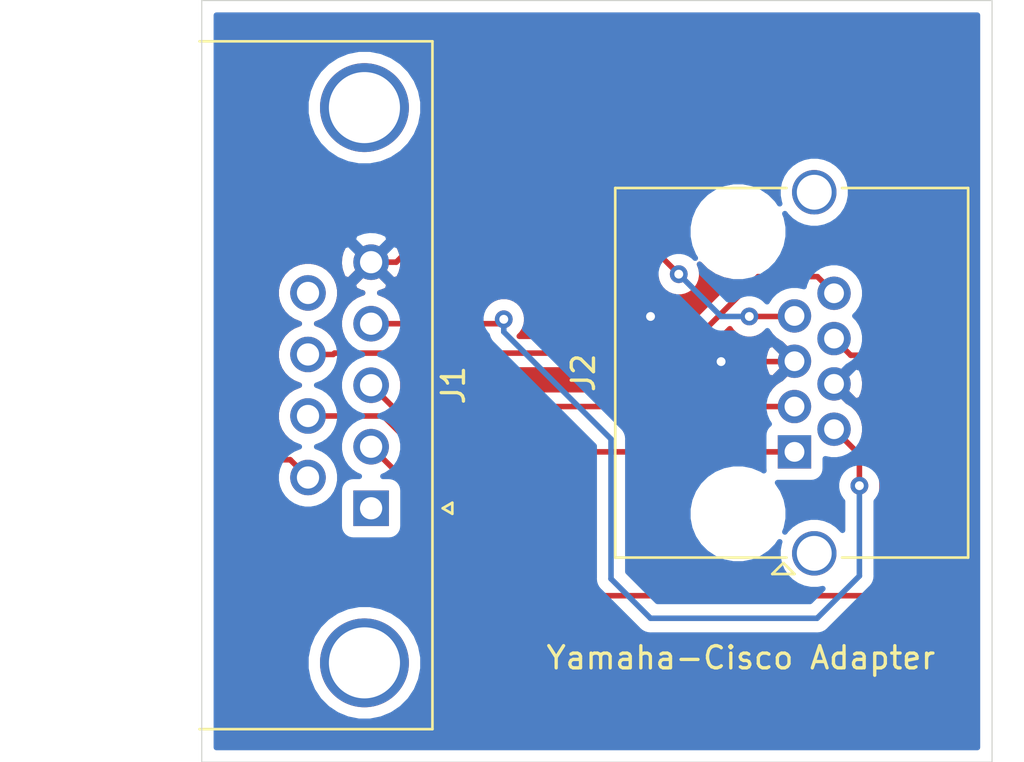
<source format=kicad_pcb>
(kicad_pcb (version 20171130) (host pcbnew "(5.1.4)-1")

  (general
    (thickness 1.6)
    (drawings 5)
    (tracks 55)
    (zones 0)
    (modules 2)
    (nets 10)
  )

  (page A4)
  (layers
    (0 F.Cu signal)
    (31 B.Cu signal)
    (32 B.Adhes user)
    (33 F.Adhes user)
    (34 B.Paste user)
    (35 F.Paste user)
    (36 B.SilkS user)
    (37 F.SilkS user)
    (38 B.Mask user)
    (39 F.Mask user)
    (40 Dwgs.User user)
    (41 Cmts.User user)
    (42 Eco1.User user)
    (43 Eco2.User user)
    (44 Edge.Cuts user)
    (45 Margin user)
    (46 B.CrtYd user)
    (47 F.CrtYd user)
    (48 B.Fab user)
    (49 F.Fab user)
  )

  (setup
    (last_trace_width 0.25)
    (trace_clearance 0.2)
    (zone_clearance 0.508)
    (zone_45_only no)
    (trace_min 0.16)
    (via_size 0.8)
    (via_drill 0.4)
    (via_min_size 0.4)
    (via_min_drill 0.3)
    (uvia_size 0.3)
    (uvia_drill 0.1)
    (uvias_allowed no)
    (uvia_min_size 0.2)
    (uvia_min_drill 0.1)
    (edge_width 0.05)
    (segment_width 0.2)
    (pcb_text_width 0.3)
    (pcb_text_size 1.5 1.5)
    (mod_edge_width 0.12)
    (mod_text_size 1 1)
    (mod_text_width 0.15)
    (pad_size 1.524 1.524)
    (pad_drill 0.762)
    (pad_to_mask_clearance 0.051)
    (solder_mask_min_width 0.25)
    (aux_axis_origin 138.43 109.22)
    (grid_origin 138.43 109.22)
    (visible_elements 7FFFFFFF)
    (pcbplotparams
      (layerselection 0x010fc_ffffffff)
      (usegerberextensions false)
      (usegerberattributes false)
      (usegerberadvancedattributes false)
      (creategerberjobfile false)
      (excludeedgelayer true)
      (linewidth 0.100000)
      (plotframeref false)
      (viasonmask false)
      (mode 1)
      (useauxorigin false)
      (hpglpennumber 1)
      (hpglpenspeed 20)
      (hpglpendiameter 15.000000)
      (psnegative false)
      (psa4output false)
      (plotreference true)
      (plotvalue true)
      (plotinvisibletext false)
      (padsonsilk false)
      (subtractmaskfromsilk false)
      (outputformat 1)
      (mirror false)
      (drillshape 1)
      (scaleselection 1)
      (outputdirectory ""))
  )

  (net 0 "")
  (net 1 "Net-(J1-Pad9)")
  (net 2 "Net-(J1-Pad8)")
  (net 3 "Net-(J1-Pad7)")
  (net 4 "Net-(J1-Pad6)")
  (net 5 "Net-(J1-Pad4)")
  (net 6 "Net-(J1-Pad3)")
  (net 7 "Net-(J1-Pad2)")
  (net 8 "Net-(J1-Pad1)")
  (net 9 /GND)

  (net_class Default "これはデフォルトのネット クラスです。"
    (clearance 0.2)
    (trace_width 0.25)
    (via_dia 0.8)
    (via_drill 0.4)
    (uvia_dia 0.3)
    (uvia_drill 0.1)
    (add_net /GND)
    (add_net "Net-(J1-Pad1)")
    (add_net "Net-(J1-Pad2)")
    (add_net "Net-(J1-Pad3)")
    (add_net "Net-(J1-Pad4)")
    (add_net "Net-(J1-Pad6)")
    (add_net "Net-(J1-Pad7)")
    (add_net "Net-(J1-Pad8)")
    (add_net "Net-(J1-Pad9)")
  )

  (net_class hosoi ""
    (clearance 0.16)
    (trace_width 0.16)
    (via_dia 0.8)
    (via_drill 0.4)
    (uvia_dia 0.3)
    (uvia_drill 0.1)
  )

  (module Connector_RJ:RJ45_Amphenol_RJHSE5380 (layer F.Cu) (tedit 5AD365F7) (tstamp 5E5AE48D)
    (at 165.1 95.25 90)
    (descr "Shielded, https://www.amphenolcanada.com/ProductSearch/drawings/AC/RJHSE538X.pdf")
    (tags "RJ45 8p8c ethernet cat5")
    (path /5E5A8463)
    (fp_text reference J2 (at 3.56 -9.5 90) (layer F.SilkS)
      (effects (font (size 1 1) (thickness 0.15)))
    )
    (fp_text value RJ45 (at 3.56 9.5 90) (layer F.Fab)
      (effects (font (size 1 1) (thickness 0.15)))
    )
    (fp_line (start -5.5 -1) (end -5 -0.5) (layer F.SilkS) (width 0.12))
    (fp_line (start -5.5 0) (end -5.5 -1) (layer F.SilkS) (width 0.12))
    (fp_line (start -5 -0.5) (end -5.5 0) (layer F.SilkS) (width 0.12))
    (fp_text user %R (at 3.56 -6 90) (layer F.Fab)
      (effects (font (size 1 1) (thickness 0.15)))
    )
    (fp_line (start 13.19 -8.5) (end 13.19 8.25) (layer F.CrtYd) (width 0.05))
    (fp_line (start -6.07 8.25) (end 13.19 8.25) (layer F.CrtYd) (width 0.05))
    (fp_line (start -6.07 -8.5) (end -6.07 8.25) (layer F.CrtYd) (width 0.05))
    (fp_line (start -6.07 -8.5) (end 13.19 -8.5) (layer F.CrtYd) (width 0.05))
    (fp_line (start -4.695 -7) (end -3.695 -8) (layer F.Fab) (width 0.1))
    (fp_line (start 11.88 7.815) (end 11.88 2.14) (layer F.SilkS) (width 0.12))
    (fp_line (start -4.76 7.815) (end -4.76 2.14) (layer F.SilkS) (width 0.12))
    (fp_line (start -4.76 7.815) (end 11.88 7.815) (layer F.SilkS) (width 0.12))
    (fp_line (start 11.88 -8.065) (end 11.88 -0.36) (layer F.SilkS) (width 0.12))
    (fp_line (start -4.76 -8.065) (end -4.76 -0.36) (layer F.SilkS) (width 0.12))
    (fp_line (start -4.76 -8.065) (end 11.88 -8.065) (layer F.SilkS) (width 0.12))
    (fp_line (start 11.815 -8) (end 11.815 7.75) (layer F.Fab) (width 0.1))
    (fp_line (start -3.695 -8) (end 11.815 -8) (layer F.Fab) (width 0.1))
    (fp_line (start -4.695 7.75) (end 11.815 7.75) (layer F.Fab) (width 0.1))
    (fp_line (start -4.695 -7) (end -4.695 7.75) (layer F.Fab) (width 0.1))
    (pad SH thru_hole circle (at -4.57 0.89 90) (size 2 2) (drill 1.57) (layers *.Cu *.Mask))
    (pad SH thru_hole circle (at 11.69 0.89 90) (size 2 2) (drill 1.57) (layers *.Cu *.Mask))
    (pad "" np_thru_hole circle (at 9.91 -2.54 90) (size 3.25 3.25) (drill 3.25) (layers *.Cu *.Mask))
    (pad "" np_thru_hole circle (at -2.79 -2.54 90) (size 3.25 3.25) (drill 3.25) (layers *.Cu *.Mask))
    (pad 8 thru_hole circle (at 7.14 1.78 90) (size 1.5 1.5) (drill 0.89) (layers *.Cu *.Mask)
      (net 2 "Net-(J1-Pad8)"))
    (pad 6 thru_hole circle (at 5.1 1.78 90) (size 1.5 1.5) (drill 0.89) (layers *.Cu *.Mask)
      (net 7 "Net-(J1-Pad2)"))
    (pad 4 thru_hole circle (at 3.06 1.78 90) (size 1.5 1.5) (drill 0.89) (layers *.Cu *.Mask)
      (net 9 /GND))
    (pad 2 thru_hole circle (at 1.02 1.78 90) (size 1.5 1.5) (drill 0.89) (layers *.Cu *.Mask)
      (net 5 "Net-(J1-Pad4)"))
    (pad 7 thru_hole circle (at 6.12 0 90) (size 1.5 1.5) (drill 0.89) (layers *.Cu *.Mask)
      (net 4 "Net-(J1-Pad6)"))
    (pad 5 thru_hole circle (at 4.08 0 90) (size 1.5 1.5) (drill 0.89) (layers *.Cu *.Mask)
      (net 9 /GND))
    (pad 3 thru_hole circle (at 2.04 0 90) (size 1.5 1.5) (drill 0.89) (layers *.Cu *.Mask)
      (net 6 "Net-(J1-Pad3)"))
    (pad 1 thru_hole rect (at 0 0 90) (size 1.5 1.5) (drill 0.89) (layers *.Cu *.Mask)
      (net 3 "Net-(J1-Pad7)"))
    (model ${KISYS3DMOD}/Connector_RJ.3dshapes/RJ45_Amphenol_RJHSE5380.wrl
      (at (xyz 0 0 0))
      (scale (xyz 1 1 1))
      (rotate (xyz 0 0 0))
    )
  )

  (module Connector_Dsub:DSUB-9_Female_Horizontal_P2.77x2.84mm_EdgePinOffset4.94mm_Housed_MountingHolesOffset7.48mm (layer F.Cu) (tedit 59FEDEE2) (tstamp 5E5AE46A)
    (at 146.05 97.79 270)
    (descr "9-pin D-Sub connector, horizontal/angled (90 deg), THT-mount, female, pitch 2.77x2.84mm, pin-PCB-offset 4.9399999999999995mm, distance of mounting holes 25mm, distance of mounting holes to PCB edge 7.4799999999999995mm, see https://disti-assets.s3.amazonaws.com/tonar/files/datasheets/16730.pdf")
    (tags "9-pin D-Sub connector horizontal angled 90deg THT female pitch 2.77x2.84mm pin-PCB-offset 4.9399999999999995mm mounting-holes-distance 25mm mounting-hole-offset 25mm")
    (path /5E5AA3B4)
    (fp_text reference J1 (at -5.54 -3.7 90) (layer F.SilkS)
      (effects (font (size 1 1) (thickness 0.15)))
    )
    (fp_text value DB9_Female (at -5.54 15.85 90) (layer F.Fab)
      (effects (font (size 1 1) (thickness 0.15)))
    )
    (fp_text user %R (at -5.54 11.265 90) (layer F.Fab)
      (effects (font (size 1 1) (thickness 0.15)))
    )
    (fp_line (start 10.4 -3.25) (end -21.5 -3.25) (layer F.CrtYd) (width 0.05))
    (fp_line (start 10.4 14.85) (end 10.4 -3.25) (layer F.CrtYd) (width 0.05))
    (fp_line (start -21.5 14.85) (end 10.4 14.85) (layer F.CrtYd) (width 0.05))
    (fp_line (start -21.5 -3.25) (end -21.5 14.85) (layer F.CrtYd) (width 0.05))
    (fp_line (start 0 -3.221325) (end -0.25 -3.654338) (layer F.SilkS) (width 0.12))
    (fp_line (start 0.25 -3.654338) (end 0 -3.221325) (layer F.SilkS) (width 0.12))
    (fp_line (start -0.25 -3.654338) (end 0.25 -3.654338) (layer F.SilkS) (width 0.12))
    (fp_line (start 9.945 -2.76) (end 9.945 7.72) (layer F.SilkS) (width 0.12))
    (fp_line (start -21.025 -2.76) (end 9.945 -2.76) (layer F.SilkS) (width 0.12))
    (fp_line (start -21.025 7.72) (end -21.025 -2.76) (layer F.SilkS) (width 0.12))
    (fp_line (start 8.56 7.78) (end 8.56 0.3) (layer F.Fab) (width 0.1))
    (fp_line (start 5.36 7.78) (end 5.36 0.3) (layer F.Fab) (width 0.1))
    (fp_line (start -16.44 7.78) (end -16.44 0.3) (layer F.Fab) (width 0.1))
    (fp_line (start -19.64 7.78) (end -19.64 0.3) (layer F.Fab) (width 0.1))
    (fp_line (start 9.46 8.18) (end 4.46 8.18) (layer F.Fab) (width 0.1))
    (fp_line (start 9.46 13.18) (end 9.46 8.18) (layer F.Fab) (width 0.1))
    (fp_line (start 4.46 13.18) (end 9.46 13.18) (layer F.Fab) (width 0.1))
    (fp_line (start 4.46 8.18) (end 4.46 13.18) (layer F.Fab) (width 0.1))
    (fp_line (start -15.54 8.18) (end -20.54 8.18) (layer F.Fab) (width 0.1))
    (fp_line (start -15.54 13.18) (end -15.54 8.18) (layer F.Fab) (width 0.1))
    (fp_line (start -20.54 13.18) (end -15.54 13.18) (layer F.Fab) (width 0.1))
    (fp_line (start -20.54 8.18) (end -20.54 13.18) (layer F.Fab) (width 0.1))
    (fp_line (start 2.61 8.18) (end -13.69 8.18) (layer F.Fab) (width 0.1))
    (fp_line (start 2.61 14.35) (end 2.61 8.18) (layer F.Fab) (width 0.1))
    (fp_line (start -13.69 14.35) (end 2.61 14.35) (layer F.Fab) (width 0.1))
    (fp_line (start -13.69 8.18) (end -13.69 14.35) (layer F.Fab) (width 0.1))
    (fp_line (start 9.885 7.78) (end -20.965 7.78) (layer F.Fab) (width 0.1))
    (fp_line (start 9.885 8.18) (end 9.885 7.78) (layer F.Fab) (width 0.1))
    (fp_line (start -20.965 8.18) (end 9.885 8.18) (layer F.Fab) (width 0.1))
    (fp_line (start -20.965 7.78) (end -20.965 8.18) (layer F.Fab) (width 0.1))
    (fp_line (start 9.885 -2.7) (end -20.965 -2.7) (layer F.Fab) (width 0.1))
    (fp_line (start 9.885 7.78) (end 9.885 -2.7) (layer F.Fab) (width 0.1))
    (fp_line (start -20.965 7.78) (end 9.885 7.78) (layer F.Fab) (width 0.1))
    (fp_line (start -20.965 -2.7) (end -20.965 7.78) (layer F.Fab) (width 0.1))
    (fp_arc (start 6.96 0.3) (end 5.36 0.3) (angle 180) (layer F.Fab) (width 0.1))
    (fp_arc (start -18.04 0.3) (end -19.64 0.3) (angle 180) (layer F.Fab) (width 0.1))
    (pad 0 thru_hole circle (at 6.96 0.3 270) (size 4 4) (drill 3.2) (layers *.Cu *.Mask))
    (pad 0 thru_hole circle (at -18.04 0.3 270) (size 4 4) (drill 3.2) (layers *.Cu *.Mask))
    (pad 9 thru_hole circle (at -9.695 2.84 270) (size 1.6 1.6) (drill 1) (layers *.Cu *.Mask)
      (net 1 "Net-(J1-Pad9)"))
    (pad 8 thru_hole circle (at -6.925 2.84 270) (size 1.6 1.6) (drill 1) (layers *.Cu *.Mask)
      (net 2 "Net-(J1-Pad8)"))
    (pad 7 thru_hole circle (at -4.155 2.84 270) (size 1.6 1.6) (drill 1) (layers *.Cu *.Mask)
      (net 3 "Net-(J1-Pad7)"))
    (pad 6 thru_hole circle (at -1.385 2.84 270) (size 1.6 1.6) (drill 1) (layers *.Cu *.Mask)
      (net 4 "Net-(J1-Pad6)"))
    (pad 5 thru_hole circle (at -11.08 0 270) (size 1.6 1.6) (drill 1) (layers *.Cu *.Mask)
      (net 9 /GND))
    (pad 4 thru_hole circle (at -8.31 0 270) (size 1.6 1.6) (drill 1) (layers *.Cu *.Mask)
      (net 5 "Net-(J1-Pad4)"))
    (pad 3 thru_hole circle (at -5.54 0 270) (size 1.6 1.6) (drill 1) (layers *.Cu *.Mask)
      (net 6 "Net-(J1-Pad3)"))
    (pad 2 thru_hole circle (at -2.77 0 270) (size 1.6 1.6) (drill 1) (layers *.Cu *.Mask)
      (net 7 "Net-(J1-Pad2)"))
    (pad 1 thru_hole rect (at 0 0 270) (size 1.6 1.6) (drill 1) (layers *.Cu *.Mask)
      (net 8 "Net-(J1-Pad1)"))
    (model ${KISYS3DMOD}/Connector_Dsub.3dshapes/DSUB-9_Female_Horizontal_P2.77x2.84mm_EdgePinOffset4.94mm_Housed_MountingHolesOffset7.48mm.wrl
      (at (xyz 0 0 0))
      (scale (xyz 1 1 1))
      (rotate (xyz 0 0 0))
    )
  )

  (gr_text "Yamaha-Cisco Adapter" (at 162.687 104.521) (layer F.SilkS)
    (effects (font (size 1 1) (thickness 0.15)))
  )
  (gr_line (start 138.43 74.93) (end 138.43 109.22) (layer Edge.Cuts) (width 0.05) (tstamp 5E5AE857))
  (gr_line (start 173.99 74.93) (end 138.43 74.93) (layer Edge.Cuts) (width 0.05))
  (gr_line (start 173.99 109.22) (end 173.99 74.93) (layer Edge.Cuts) (width 0.05))
  (gr_line (start 138.43 109.22) (end 173.99 109.22) (layer Edge.Cuts) (width 0.05))

  (segment (start 144.34137 90.865) (end 144.40137 90.805) (width 0.25) (layer F.Cu) (net 2))
  (segment (start 143.21 90.865) (end 144.34137 90.865) (width 0.25) (layer F.Cu) (net 2))
  (segment (start 144.40137 90.805) (end 160.02 90.805) (width 0.25) (layer F.Cu) (net 2))
  (segment (start 166.130001 87.360001) (end 166.88 88.11) (width 0.25) (layer F.Cu) (net 2))
  (segment (start 163.464999 87.360001) (end 166.130001 87.360001) (width 0.25) (layer F.Cu) (net 2))
  (segment (start 160.02 90.805) (end 163.464999 87.360001) (width 0.25) (layer F.Cu) (net 2))
  (segment (start 148.209 95.25) (end 165.1 95.25) (width 0.25) (layer F.Cu) (net 3))
  (segment (start 143.21 93.635) (end 146.594 93.635) (width 0.25) (layer F.Cu) (net 3))
  (segment (start 146.594 93.635) (end 148.209 95.25) (width 0.25) (layer F.Cu) (net 3))
  (segment (start 142.410001 95.605001) (end 141.579001 95.605001) (width 0.25) (layer F.Cu) (net 4))
  (segment (start 143.21 96.405) (end 142.410001 95.605001) (width 0.25) (layer F.Cu) (net 4))
  (segment (start 141.579001 95.605001) (end 140.97 94.996) (width 0.25) (layer F.Cu) (net 4))
  (segment (start 140.97 94.996) (end 140.97 88.669998) (width 0.25) (layer F.Cu) (net 4))
  (segment (start 140.97 88.669998) (end 140.97 86.741) (width 0.25) (layer F.Cu) (net 4))
  (segment (start 140.97 86.741) (end 142.494 85.217) (width 0.25) (layer F.Cu) (net 4))
  (via (at 159.893 87.249) (size 0.8) (drill 0.4) (layers F.Cu B.Cu) (net 4))
  (segment (start 142.494 85.217) (end 157.861 85.217) (width 0.25) (layer F.Cu) (net 4))
  (segment (start 157.861 85.217) (end 159.893 87.249) (width 0.25) (layer F.Cu) (net 4))
  (via (at 163.068 89.154) (size 0.8) (drill 0.4) (layers F.Cu B.Cu) (net 4))
  (segment (start 159.893 87.249) (end 161.798 89.154) (width 0.25) (layer B.Cu) (net 4))
  (segment (start 161.798 89.154) (end 163.068 89.154) (width 0.25) (layer B.Cu) (net 4))
  (segment (start 165.076 89.154) (end 165.1 89.13) (width 0.25) (layer F.Cu) (net 4))
  (segment (start 163.068 89.154) (end 165.076 89.154) (width 0.25) (layer F.Cu) (net 4))
  (via (at 152.019 89.281) (size 0.8) (drill 0.4) (layers F.Cu B.Cu) (net 5))
  (segment (start 146.05 89.48) (end 151.82 89.48) (width 0.25) (layer F.Cu) (net 5))
  (segment (start 151.82 89.48) (end 152.019 89.281) (width 0.25) (layer F.Cu) (net 5))
  (segment (start 152.019 89.846685) (end 156.845 94.672685) (width 0.25) (layer B.Cu) (net 5))
  (segment (start 152.019 89.281) (end 152.019 89.846685) (width 0.25) (layer B.Cu) (net 5))
  (segment (start 156.845 94.672685) (end 156.845 100.965) (width 0.25) (layer B.Cu) (net 5))
  (segment (start 156.845 100.965) (end 158.623 102.743) (width 0.25) (layer B.Cu) (net 5))
  (segment (start 158.623 102.743) (end 166.116 102.743) (width 0.25) (layer B.Cu) (net 5))
  (via (at 168.021 96.774) (size 0.8) (drill 0.4) (layers F.Cu B.Cu) (net 5))
  (segment (start 166.116 102.743) (end 168.021 100.838) (width 0.25) (layer B.Cu) (net 5))
  (segment (start 168.021 100.838) (end 168.021 96.774) (width 0.25) (layer B.Cu) (net 5))
  (segment (start 168.021 95.371) (end 166.88 94.23) (width 0.25) (layer F.Cu) (net 5))
  (segment (start 168.021 96.774) (end 168.021 95.371) (width 0.25) (layer F.Cu) (net 5))
  (segment (start 147.01 93.21) (end 165.1 93.21) (width 0.25) (layer F.Cu) (net 6))
  (segment (start 146.05 92.25) (end 147.01 93.21) (width 0.25) (layer F.Cu) (net 6))
  (segment (start 152.757 101.727) (end 146.05 95.02) (width 0.25) (layer F.Cu) (net 7))
  (segment (start 167.629999 90.899999) (end 168.369999 90.899999) (width 0.25) (layer F.Cu) (net 7))
  (segment (start 166.88 90.15) (end 167.629999 90.899999) (width 0.25) (layer F.Cu) (net 7))
  (segment (start 168.369999 90.899999) (end 169.037 91.567) (width 0.25) (layer F.Cu) (net 7))
  (segment (start 169.037 91.567) (end 169.037 101.6) (width 0.25) (layer F.Cu) (net 7))
  (segment (start 169.037 101.6) (end 168.91 101.727) (width 0.25) (layer F.Cu) (net 7))
  (segment (start 168.91 101.727) (end 152.757 101.727) (width 0.25) (layer F.Cu) (net 7))
  (segment (start 147.18137 86.71) (end 147.40437 86.487) (width 0.25) (layer F.Cu) (net 9))
  (segment (start 146.05 86.71) (end 147.18137 86.71) (width 0.25) (layer F.Cu) (net 9))
  (via (at 158.623 89.154) (size 0.8) (drill 0.4) (layers F.Cu B.Cu) (net 9))
  (segment (start 147.40437 86.487) (end 155.956 86.487) (width 0.25) (layer F.Cu) (net 9))
  (segment (start 155.956 86.487) (end 158.623 89.154) (width 0.25) (layer F.Cu) (net 9))
  (via (at 161.798 91.186) (size 0.8) (drill 0.4) (layers F.Cu B.Cu) (net 9))
  (segment (start 158.623 89.154) (end 160.655 91.186) (width 0.25) (layer B.Cu) (net 9))
  (segment (start 160.655 91.186) (end 161.798 91.186) (width 0.25) (layer B.Cu) (net 9))
  (segment (start 165.084 91.186) (end 165.1 91.17) (width 0.25) (layer F.Cu) (net 9))
  (segment (start 161.798 91.186) (end 165.084 91.186) (width 0.25) (layer F.Cu) (net 9))

  (zone (net 9) (net_name /GND) (layer F.Cu) (tstamp 0) (hatch edge 0.508)
    (connect_pads (clearance 0.508))
    (min_thickness 0.254)
    (fill yes (arc_segments 32) (thermal_gap 0.508) (thermal_bridge_width 0.508))
    (polygon
      (pts
        (xy 138.43 74.93) (xy 138.43 109.22) (xy 173.99 109.22) (xy 173.99 74.93)
      )
    )
    (filled_polygon
      (pts
        (xy 144.692429 86.223996) (xy 144.6237 86.498184) (xy 144.609783 86.780512) (xy 144.651213 87.06013) (xy 144.746397 87.326292)
        (xy 144.813329 87.451514) (xy 145.057298 87.523097) (xy 145.870395 86.71) (xy 145.856253 86.695858) (xy 146.035858 86.516253)
        (xy 146.05 86.530395) (xy 146.064143 86.516253) (xy 146.243748 86.695858) (xy 146.229605 86.71) (xy 147.042702 87.523097)
        (xy 147.286671 87.451514) (xy 147.407571 87.196004) (xy 147.4763 86.921816) (xy 147.490217 86.639488) (xy 147.448787 86.35987)
        (xy 147.353603 86.093708) (xy 147.291222 85.977) (xy 157.546199 85.977) (xy 158.858 87.288802) (xy 158.858 87.350939)
        (xy 158.897774 87.550898) (xy 158.975795 87.739256) (xy 159.089063 87.908774) (xy 159.233226 88.052937) (xy 159.402744 88.166205)
        (xy 159.591102 88.244226) (xy 159.791061 88.284) (xy 159.994939 88.284) (xy 160.194898 88.244226) (xy 160.383256 88.166205)
        (xy 160.552774 88.052937) (xy 160.696937 87.908774) (xy 160.810205 87.739256) (xy 160.888226 87.550898) (xy 160.928 87.350939)
        (xy 160.928 87.147061) (xy 160.888226 86.947102) (xy 160.829709 86.805831) (xy 161.119334 87.095456) (xy 161.489489 87.342786)
        (xy 161.900782 87.513149) (xy 162.181259 87.56894) (xy 159.705199 90.045) (xy 152.718711 90.045) (xy 152.822937 89.940774)
        (xy 152.936205 89.771256) (xy 153.014226 89.582898) (xy 153.054 89.382939) (xy 153.054 89.179061) (xy 153.014226 88.979102)
        (xy 152.936205 88.790744) (xy 152.822937 88.621226) (xy 152.678774 88.477063) (xy 152.509256 88.363795) (xy 152.320898 88.285774)
        (xy 152.120939 88.246) (xy 151.917061 88.246) (xy 151.717102 88.285774) (xy 151.528744 88.363795) (xy 151.359226 88.477063)
        (xy 151.215063 88.621226) (xy 151.149065 88.72) (xy 147.268043 88.72) (xy 147.164637 88.565241) (xy 146.964759 88.365363)
        (xy 146.729727 88.20832) (xy 146.468574 88.100147) (xy 146.440118 88.094487) (xy 146.666292 88.013603) (xy 146.791514 87.946671)
        (xy 146.863097 87.702702) (xy 146.05 86.889605) (xy 145.236903 87.702702) (xy 145.308486 87.946671) (xy 145.563996 88.067571)
        (xy 145.666289 88.093212) (xy 145.631426 88.100147) (xy 145.370273 88.20832) (xy 145.135241 88.365363) (xy 144.935363 88.565241)
        (xy 144.77832 88.800273) (xy 144.670147 89.061426) (xy 144.615 89.338665) (xy 144.615 89.621335) (xy 144.670147 89.898574)
        (xy 144.730799 90.045) (xy 144.438693 90.045) (xy 144.40137 90.041324) (xy 144.386477 90.042791) (xy 144.324637 89.950241)
        (xy 144.124759 89.750363) (xy 143.889727 89.59332) (xy 143.628574 89.485147) (xy 143.602699 89.48) (xy 143.628574 89.474853)
        (xy 143.889727 89.36668) (xy 144.124759 89.209637) (xy 144.324637 89.009759) (xy 144.48168 88.774727) (xy 144.589853 88.513574)
        (xy 144.645 88.236335) (xy 144.645 87.953665) (xy 144.589853 87.676426) (xy 144.48168 87.415273) (xy 144.324637 87.180241)
        (xy 144.124759 86.980363) (xy 143.889727 86.82332) (xy 143.628574 86.715147) (xy 143.351335 86.66) (xy 143.068665 86.66)
        (xy 142.791426 86.715147) (xy 142.530273 86.82332) (xy 142.295241 86.980363) (xy 142.095363 87.180241) (xy 141.93832 87.415273)
        (xy 141.830147 87.676426) (xy 141.775 87.953665) (xy 141.775 88.236335) (xy 141.830147 88.513574) (xy 141.93832 88.774727)
        (xy 142.095363 89.009759) (xy 142.295241 89.209637) (xy 142.530273 89.36668) (xy 142.791426 89.474853) (xy 142.817301 89.48)
        (xy 142.791426 89.485147) (xy 142.530273 89.59332) (xy 142.295241 89.750363) (xy 142.095363 89.950241) (xy 141.93832 90.185273)
        (xy 141.830147 90.446426) (xy 141.775 90.723665) (xy 141.775 91.006335) (xy 141.830147 91.283574) (xy 141.93832 91.544727)
        (xy 142.095363 91.779759) (xy 142.295241 91.979637) (xy 142.530273 92.13668) (xy 142.791426 92.244853) (xy 142.817301 92.25)
        (xy 142.791426 92.255147) (xy 142.530273 92.36332) (xy 142.295241 92.520363) (xy 142.095363 92.720241) (xy 141.93832 92.955273)
        (xy 141.830147 93.216426) (xy 141.775 93.493665) (xy 141.775 93.776335) (xy 141.830147 94.053574) (xy 141.93832 94.314727)
        (xy 142.095363 94.549759) (xy 142.295241 94.749637) (xy 142.436345 94.84392) (xy 142.410001 94.841325) (xy 142.372679 94.845001)
        (xy 141.893803 94.845001) (xy 141.73 94.681198) (xy 141.73 87.055801) (xy 142.808803 85.977) (xy 144.8093 85.977)
      )
    )
    (filled_polygon
      (pts
        (xy 168.277 91.881802) (xy 168.277 94.552199) (xy 168.236167 94.511365) (xy 168.265 94.366411) (xy 168.265 94.093589)
        (xy 168.211775 93.826011) (xy 168.107371 93.573957) (xy 167.955799 93.347114) (xy 167.762886 93.154201) (xy 167.536043 93.002629)
        (xy 167.496747 92.986352) (xy 166.88 92.369605) (xy 166.865858 92.383748) (xy 166.686253 92.204143) (xy 166.700395 92.19)
        (xy 166.686253 92.175858) (xy 166.865858 91.996253) (xy 166.88 92.010395) (xy 166.894143 91.996253) (xy 167.073748 92.175858)
        (xy 167.059605 92.19) (xy 167.836993 92.967388) (xy 168.07586 92.901863) (xy 168.19176 92.654884) (xy 168.25725 92.39004)
        (xy 168.269812 92.117508) (xy 168.228965 91.847762) (xy 168.221051 91.825852)
      )
    )
    (filled_polygon
      (pts
        (xy 162.264063 89.813774) (xy 162.408226 89.957937) (xy 162.577744 90.071205) (xy 162.766102 90.149226) (xy 162.966061 90.189)
        (xy 163.169939 90.189) (xy 163.369898 90.149226) (xy 163.558256 90.071205) (xy 163.727774 89.957937) (xy 163.771711 89.914)
        (xy 163.958127 89.914) (xy 164.024201 90.012886) (xy 164.217114 90.205799) (xy 164.443957 90.357371) (xy 164.483253 90.373648)
        (xy 165.1 90.990395) (xy 165.114143 90.976253) (xy 165.293748 91.155858) (xy 165.279605 91.17) (xy 165.293748 91.184143)
        (xy 165.114143 91.363748) (xy 165.1 91.349605) (xy 164.483253 91.966352) (xy 164.443957 91.982629) (xy 164.217114 92.134201)
        (xy 164.024201 92.327114) (xy 163.942091 92.45) (xy 147.473331 92.45) (xy 147.485 92.391335) (xy 147.485 92.108665)
        (xy 147.429853 91.831426) (xy 147.32168 91.570273) (xy 147.318157 91.565) (xy 159.982678 91.565) (xy 160.02 91.568676)
        (xy 160.057322 91.565) (xy 160.057333 91.565) (xy 160.168986 91.554003) (xy 160.312247 91.510546) (xy 160.444276 91.439974)
        (xy 160.560001 91.345001) (xy 160.583804 91.315997) (xy 160.657309 91.242492) (xy 163.710188 91.242492) (xy 163.751035 91.512238)
        (xy 163.843723 91.768832) (xy 163.90414 91.881863) (xy 164.143007 91.947388) (xy 164.920395 91.17) (xy 164.143007 90.392612)
        (xy 163.90414 90.458137) (xy 163.78824 90.705116) (xy 163.72275 90.96996) (xy 163.710188 91.242492) (xy 160.657309 91.242492)
        (xy 162.192752 89.707049)
      )
    )
  )
  (zone (net 9) (net_name /GND) (layer B.Cu) (tstamp 0) (hatch edge 0.508)
    (connect_pads (clearance 0.508))
    (min_thickness 0.254)
    (fill yes (arc_segments 32) (thermal_gap 0.508) (thermal_bridge_width 0.508))
    (polygon
      (pts
        (xy 138.43 74.93) (xy 138.43 109.22) (xy 173.99 109.22) (xy 173.99 74.93)
      )
    )
    (filled_polygon
      (pts
        (xy 173.33 108.56) (xy 139.09 108.56) (xy 139.09 104.490475) (xy 143.115 104.490475) (xy 143.115 105.009525)
        (xy 143.216261 105.518601) (xy 143.414893 105.998141) (xy 143.703262 106.429715) (xy 144.070285 106.796738) (xy 144.501859 107.085107)
        (xy 144.981399 107.283739) (xy 145.490475 107.385) (xy 146.009525 107.385) (xy 146.518601 107.283739) (xy 146.998141 107.085107)
        (xy 147.429715 106.796738) (xy 147.796738 106.429715) (xy 148.085107 105.998141) (xy 148.283739 105.518601) (xy 148.385 105.009525)
        (xy 148.385 104.490475) (xy 148.283739 103.981399) (xy 148.085107 103.501859) (xy 147.796738 103.070285) (xy 147.429715 102.703262)
        (xy 146.998141 102.414893) (xy 146.518601 102.216261) (xy 146.009525 102.115) (xy 145.490475 102.115) (xy 144.981399 102.216261)
        (xy 144.501859 102.414893) (xy 144.070285 102.703262) (xy 143.703262 103.070285) (xy 143.414893 103.501859) (xy 143.216261 103.981399)
        (xy 143.115 104.490475) (xy 139.09 104.490475) (xy 139.09 87.953665) (xy 141.775 87.953665) (xy 141.775 88.236335)
        (xy 141.830147 88.513574) (xy 141.93832 88.774727) (xy 142.095363 89.009759) (xy 142.295241 89.209637) (xy 142.530273 89.36668)
        (xy 142.791426 89.474853) (xy 142.817301 89.48) (xy 142.791426 89.485147) (xy 142.530273 89.59332) (xy 142.295241 89.750363)
        (xy 142.095363 89.950241) (xy 141.93832 90.185273) (xy 141.830147 90.446426) (xy 141.775 90.723665) (xy 141.775 91.006335)
        (xy 141.830147 91.283574) (xy 141.93832 91.544727) (xy 142.095363 91.779759) (xy 142.295241 91.979637) (xy 142.530273 92.13668)
        (xy 142.791426 92.244853) (xy 142.817301 92.25) (xy 142.791426 92.255147) (xy 142.530273 92.36332) (xy 142.295241 92.520363)
        (xy 142.095363 92.720241) (xy 141.93832 92.955273) (xy 141.830147 93.216426) (xy 141.775 93.493665) (xy 141.775 93.776335)
        (xy 141.830147 94.053574) (xy 141.93832 94.314727) (xy 142.095363 94.549759) (xy 142.295241 94.749637) (xy 142.530273 94.90668)
        (xy 142.791426 95.014853) (xy 142.817301 95.02) (xy 142.791426 95.025147) (xy 142.530273 95.13332) (xy 142.295241 95.290363)
        (xy 142.095363 95.490241) (xy 141.93832 95.725273) (xy 141.830147 95.986426) (xy 141.775 96.263665) (xy 141.775 96.546335)
        (xy 141.830147 96.823574) (xy 141.93832 97.084727) (xy 142.095363 97.319759) (xy 142.295241 97.519637) (xy 142.530273 97.67668)
        (xy 142.791426 97.784853) (xy 143.068665 97.84) (xy 143.351335 97.84) (xy 143.628574 97.784853) (xy 143.889727 97.67668)
        (xy 144.124759 97.519637) (xy 144.324637 97.319759) (xy 144.48168 97.084727) (xy 144.520917 96.99) (xy 144.611928 96.99)
        (xy 144.611928 98.59) (xy 144.624188 98.714482) (xy 144.660498 98.83418) (xy 144.719463 98.944494) (xy 144.798815 99.041185)
        (xy 144.895506 99.120537) (xy 145.00582 99.179502) (xy 145.125518 99.215812) (xy 145.25 99.228072) (xy 146.85 99.228072)
        (xy 146.974482 99.215812) (xy 147.09418 99.179502) (xy 147.204494 99.120537) (xy 147.301185 99.041185) (xy 147.380537 98.944494)
        (xy 147.439502 98.83418) (xy 147.475812 98.714482) (xy 147.488072 98.59) (xy 147.488072 96.99) (xy 147.475812 96.865518)
        (xy 147.439502 96.74582) (xy 147.380537 96.635506) (xy 147.301185 96.538815) (xy 147.204494 96.459463) (xy 147.09418 96.400498)
        (xy 146.974482 96.364188) (xy 146.85 96.351928) (xy 146.584275 96.351928) (xy 146.729727 96.29168) (xy 146.964759 96.134637)
        (xy 147.164637 95.934759) (xy 147.32168 95.699727) (xy 147.429853 95.438574) (xy 147.485 95.161335) (xy 147.485 94.878665)
        (xy 147.429853 94.601426) (xy 147.32168 94.340273) (xy 147.164637 94.105241) (xy 146.964759 93.905363) (xy 146.729727 93.74832)
        (xy 146.468574 93.640147) (xy 146.442699 93.635) (xy 146.468574 93.629853) (xy 146.729727 93.52168) (xy 146.964759 93.364637)
        (xy 147.164637 93.164759) (xy 147.32168 92.929727) (xy 147.429853 92.668574) (xy 147.485 92.391335) (xy 147.485 92.108665)
        (xy 147.429853 91.831426) (xy 147.32168 91.570273) (xy 147.164637 91.335241) (xy 146.964759 91.135363) (xy 146.729727 90.97832)
        (xy 146.468574 90.870147) (xy 146.442699 90.865) (xy 146.468574 90.859853) (xy 146.729727 90.75168) (xy 146.964759 90.594637)
        (xy 147.164637 90.394759) (xy 147.32168 90.159727) (xy 147.429853 89.898574) (xy 147.485 89.621335) (xy 147.485 89.338665)
        (xy 147.453253 89.179061) (xy 150.984 89.179061) (xy 150.984 89.382939) (xy 151.023774 89.582898) (xy 151.101795 89.771256)
        (xy 151.215063 89.940774) (xy 151.270013 89.995724) (xy 151.313454 90.138932) (xy 151.338037 90.184921) (xy 151.384026 90.270961)
        (xy 151.454942 90.357371) (xy 151.479 90.386686) (xy 151.507998 90.410484) (xy 156.085 94.987487) (xy 156.085001 100.927668)
        (xy 156.081324 100.965) (xy 156.085001 101.002333) (xy 156.095998 101.113986) (xy 156.100931 101.130247) (xy 156.139454 101.257246)
        (xy 156.210026 101.389276) (xy 156.263965 101.455) (xy 156.305 101.505001) (xy 156.333998 101.528799) (xy 158.059201 103.254003)
        (xy 158.082999 103.283001) (xy 158.198724 103.377974) (xy 158.330753 103.448546) (xy 158.474014 103.492003) (xy 158.585667 103.503)
        (xy 158.585675 103.503) (xy 158.623 103.506676) (xy 158.660325 103.503) (xy 166.078678 103.503) (xy 166.116 103.506676)
        (xy 166.153322 103.503) (xy 166.153333 103.503) (xy 166.264986 103.492003) (xy 166.408247 103.448546) (xy 166.540276 103.377974)
        (xy 166.656001 103.283001) (xy 166.679804 103.253997) (xy 168.532004 101.401798) (xy 168.561001 101.378001) (xy 168.655974 101.262276)
        (xy 168.726546 101.130247) (xy 168.770003 100.986986) (xy 168.781 100.875333) (xy 168.781 100.875323) (xy 168.784676 100.838)
        (xy 168.781 100.800677) (xy 168.781 97.477711) (xy 168.824937 97.433774) (xy 168.938205 97.264256) (xy 169.016226 97.075898)
        (xy 169.056 96.875939) (xy 169.056 96.672061) (xy 169.016226 96.472102) (xy 168.938205 96.283744) (xy 168.824937 96.114226)
        (xy 168.680774 95.970063) (xy 168.511256 95.856795) (xy 168.322898 95.778774) (xy 168.122939 95.739) (xy 167.919061 95.739)
        (xy 167.719102 95.778774) (xy 167.530744 95.856795) (xy 167.361226 95.970063) (xy 167.217063 96.114226) (xy 167.103795 96.283744)
        (xy 167.025774 96.472102) (xy 166.986 96.672061) (xy 166.986 96.875939) (xy 167.025774 97.075898) (xy 167.103795 97.264256)
        (xy 167.217063 97.433774) (xy 167.261001 97.477712) (xy 167.261001 98.779265) (xy 167.259987 98.777748) (xy 167.032252 98.550013)
        (xy 166.764463 98.371082) (xy 166.466912 98.247832) (xy 166.151033 98.185) (xy 165.828967 98.185) (xy 165.513088 98.247832)
        (xy 165.215537 98.371082) (xy 164.947748 98.550013) (xy 164.720013 98.777748) (xy 164.668993 98.854105) (xy 164.733149 98.699218)
        (xy 164.82 98.262591) (xy 164.82 97.817409) (xy 164.733149 97.380782) (xy 164.562786 96.969489) (xy 164.34073 96.637159)
        (xy 164.35 96.638072) (xy 165.85 96.638072) (xy 165.974482 96.625812) (xy 166.09418 96.589502) (xy 166.204494 96.530537)
        (xy 166.301185 96.451185) (xy 166.380537 96.354494) (xy 166.439502 96.24418) (xy 166.475812 96.124482) (xy 166.488072 96)
        (xy 166.488072 95.564174) (xy 166.743589 95.615) (xy 167.016411 95.615) (xy 167.283989 95.561775) (xy 167.536043 95.457371)
        (xy 167.762886 95.305799) (xy 167.955799 95.112886) (xy 168.107371 94.886043) (xy 168.211775 94.633989) (xy 168.265 94.366411)
        (xy 168.265 94.093589) (xy 168.211775 93.826011) (xy 168.107371 93.573957) (xy 167.955799 93.347114) (xy 167.762886 93.154201)
        (xy 167.536043 93.002629) (xy 167.496747 92.986352) (xy 166.88 92.369605) (xy 166.865858 92.383748) (xy 166.686253 92.204143)
        (xy 166.700395 92.19) (xy 167.059605 92.19) (xy 167.836993 92.967388) (xy 168.07586 92.901863) (xy 168.19176 92.654884)
        (xy 168.25725 92.39004) (xy 168.269812 92.117508) (xy 168.228965 91.847762) (xy 168.136277 91.591168) (xy 168.07586 91.478137)
        (xy 167.836993 91.412612) (xy 167.059605 92.19) (xy 166.700395 92.19) (xy 166.686253 92.175858) (xy 166.865858 91.996253)
        (xy 166.88 92.010395) (xy 167.496747 91.393648) (xy 167.536043 91.377371) (xy 167.762886 91.225799) (xy 167.955799 91.032886)
        (xy 168.107371 90.806043) (xy 168.211775 90.553989) (xy 168.265 90.286411) (xy 168.265 90.013589) (xy 168.211775 89.746011)
        (xy 168.107371 89.493957) (xy 167.955799 89.267114) (xy 167.818685 89.13) (xy 167.955799 88.992886) (xy 168.107371 88.766043)
        (xy 168.211775 88.513989) (xy 168.265 88.246411) (xy 168.265 87.973589) (xy 168.211775 87.706011) (xy 168.107371 87.453957)
        (xy 167.955799 87.227114) (xy 167.762886 87.034201) (xy 167.536043 86.882629) (xy 167.283989 86.778225) (xy 167.016411 86.725)
        (xy 166.743589 86.725) (xy 166.476011 86.778225) (xy 166.223957 86.882629) (xy 165.997114 87.034201) (xy 165.804201 87.227114)
        (xy 165.652629 87.453957) (xy 165.548225 87.706011) (xy 165.527911 87.808134) (xy 165.503989 87.798225) (xy 165.236411 87.745)
        (xy 164.963589 87.745) (xy 164.696011 87.798225) (xy 164.443957 87.902629) (xy 164.217114 88.054201) (xy 164.024201 88.247114)
        (xy 163.872629 88.473957) (xy 163.86649 88.488779) (xy 163.727774 88.350063) (xy 163.558256 88.236795) (xy 163.369898 88.158774)
        (xy 163.169939 88.119) (xy 162.966061 88.119) (xy 162.766102 88.158774) (xy 162.577744 88.236795) (xy 162.408226 88.350063)
        (xy 162.364289 88.394) (xy 162.112802 88.394) (xy 160.928 87.209199) (xy 160.928 87.147061) (xy 160.888226 86.947102)
        (xy 160.829709 86.805831) (xy 161.119334 87.095456) (xy 161.489489 87.342786) (xy 161.900782 87.513149) (xy 162.337409 87.6)
        (xy 162.782591 87.6) (xy 163.219218 87.513149) (xy 163.630511 87.342786) (xy 164.000666 87.095456) (xy 164.315456 86.780666)
        (xy 164.562786 86.410511) (xy 164.733149 85.999218) (xy 164.82 85.562591) (xy 164.82 85.117409) (xy 164.733149 84.680782)
        (xy 164.668993 84.525895) (xy 164.720013 84.602252) (xy 164.947748 84.829987) (xy 165.215537 85.008918) (xy 165.513088 85.132168)
        (xy 165.828967 85.195) (xy 166.151033 85.195) (xy 166.466912 85.132168) (xy 166.764463 85.008918) (xy 167.032252 84.829987)
        (xy 167.259987 84.602252) (xy 167.438918 84.334463) (xy 167.562168 84.036912) (xy 167.625 83.721033) (xy 167.625 83.398967)
        (xy 167.562168 83.083088) (xy 167.438918 82.785537) (xy 167.259987 82.517748) (xy 167.032252 82.290013) (xy 166.764463 82.111082)
        (xy 166.466912 81.987832) (xy 166.151033 81.925) (xy 165.828967 81.925) (xy 165.513088 81.987832) (xy 165.215537 82.111082)
        (xy 164.947748 82.290013) (xy 164.720013 82.517748) (xy 164.541082 82.785537) (xy 164.417832 83.083088) (xy 164.355 83.398967)
        (xy 164.355 83.721033) (xy 164.417832 84.036912) (xy 164.434875 84.078056) (xy 164.315456 83.899334) (xy 164.000666 83.584544)
        (xy 163.630511 83.337214) (xy 163.219218 83.166851) (xy 162.782591 83.08) (xy 162.337409 83.08) (xy 161.900782 83.166851)
        (xy 161.489489 83.337214) (xy 161.119334 83.584544) (xy 160.804544 83.899334) (xy 160.557214 84.269489) (xy 160.386851 84.680782)
        (xy 160.3 85.117409) (xy 160.3 85.562591) (xy 160.386851 85.999218) (xy 160.557214 86.410511) (xy 160.635731 86.52802)
        (xy 160.552774 86.445063) (xy 160.383256 86.331795) (xy 160.194898 86.253774) (xy 159.994939 86.214) (xy 159.791061 86.214)
        (xy 159.591102 86.253774) (xy 159.402744 86.331795) (xy 159.233226 86.445063) (xy 159.089063 86.589226) (xy 158.975795 86.758744)
        (xy 158.897774 86.947102) (xy 158.858 87.147061) (xy 158.858 87.350939) (xy 158.897774 87.550898) (xy 158.975795 87.739256)
        (xy 159.089063 87.908774) (xy 159.233226 88.052937) (xy 159.402744 88.166205) (xy 159.591102 88.244226) (xy 159.791061 88.284)
        (xy 159.853199 88.284) (xy 161.234201 89.665003) (xy 161.257999 89.694001) (xy 161.373724 89.788974) (xy 161.505753 89.859546)
        (xy 161.649014 89.903003) (xy 161.760667 89.914) (xy 161.760677 89.914) (xy 161.798 89.917676) (xy 161.835323 89.914)
        (xy 162.364289 89.914) (xy 162.408226 89.957937) (xy 162.577744 90.071205) (xy 162.766102 90.149226) (xy 162.966061 90.189)
        (xy 163.169939 90.189) (xy 163.369898 90.149226) (xy 163.558256 90.071205) (xy 163.727774 89.957937) (xy 163.871937 89.813774)
        (xy 163.881548 89.799391) (xy 164.024201 90.012886) (xy 164.217114 90.205799) (xy 164.443957 90.357371) (xy 164.483253 90.373648)
        (xy 165.1 90.990395) (xy 165.114143 90.976253) (xy 165.293748 91.155858) (xy 165.279605 91.17) (xy 165.293748 91.184143)
        (xy 165.114143 91.363748) (xy 165.1 91.349605) (xy 164.483253 91.966352) (xy 164.443957 91.982629) (xy 164.217114 92.134201)
        (xy 164.024201 92.327114) (xy 163.872629 92.553957) (xy 163.768225 92.806011) (xy 163.715 93.073589) (xy 163.715 93.346411)
        (xy 163.768225 93.613989) (xy 163.872629 93.866043) (xy 163.960776 93.997965) (xy 163.898815 94.048815) (xy 163.819463 94.145506)
        (xy 163.760498 94.25582) (xy 163.724188 94.375518) (xy 163.711928 94.5) (xy 163.711928 96) (xy 163.721587 96.098069)
        (xy 163.630511 96.037214) (xy 163.219218 95.866851) (xy 162.782591 95.78) (xy 162.337409 95.78) (xy 161.900782 95.866851)
        (xy 161.489489 96.037214) (xy 161.119334 96.284544) (xy 160.804544 96.599334) (xy 160.557214 96.969489) (xy 160.386851 97.380782)
        (xy 160.3 97.817409) (xy 160.3 98.262591) (xy 160.386851 98.699218) (xy 160.557214 99.110511) (xy 160.804544 99.480666)
        (xy 161.119334 99.795456) (xy 161.489489 100.042786) (xy 161.900782 100.213149) (xy 162.337409 100.3) (xy 162.782591 100.3)
        (xy 163.219218 100.213149) (xy 163.630511 100.042786) (xy 164.000666 99.795456) (xy 164.315456 99.480666) (xy 164.434875 99.301944)
        (xy 164.417832 99.343088) (xy 164.355 99.658967) (xy 164.355 99.981033) (xy 164.417832 100.296912) (xy 164.541082 100.594463)
        (xy 164.720013 100.862252) (xy 164.947748 101.089987) (xy 165.215537 101.268918) (xy 165.513088 101.392168) (xy 165.828967 101.455)
        (xy 166.151033 101.455) (xy 166.373437 101.410761) (xy 165.801199 101.983) (xy 158.937802 101.983) (xy 157.605 100.650199)
        (xy 157.605 94.71001) (xy 157.608676 94.672685) (xy 157.605 94.63536) (xy 157.605 94.635352) (xy 157.594003 94.523699)
        (xy 157.550546 94.380438) (xy 157.479974 94.248409) (xy 157.385001 94.132684) (xy 157.356004 94.108887) (xy 154.489609 91.242492)
        (xy 163.710188 91.242492) (xy 163.751035 91.512238) (xy 163.843723 91.768832) (xy 163.90414 91.881863) (xy 164.143007 91.947388)
        (xy 164.920395 91.17) (xy 164.143007 90.392612) (xy 163.90414 90.458137) (xy 163.78824 90.705116) (xy 163.72275 90.96996)
        (xy 163.710188 91.242492) (xy 154.489609 91.242492) (xy 152.960271 89.713155) (xy 153.014226 89.582898) (xy 153.054 89.382939)
        (xy 153.054 89.179061) (xy 153.014226 88.979102) (xy 152.936205 88.790744) (xy 152.822937 88.621226) (xy 152.678774 88.477063)
        (xy 152.509256 88.363795) (xy 152.320898 88.285774) (xy 152.120939 88.246) (xy 151.917061 88.246) (xy 151.717102 88.285774)
        (xy 151.528744 88.363795) (xy 151.359226 88.477063) (xy 151.215063 88.621226) (xy 151.101795 88.790744) (xy 151.023774 88.979102)
        (xy 150.984 89.179061) (xy 147.453253 89.179061) (xy 147.429853 89.061426) (xy 147.32168 88.800273) (xy 147.164637 88.565241)
        (xy 146.964759 88.365363) (xy 146.729727 88.20832) (xy 146.468574 88.100147) (xy 146.440118 88.094487) (xy 146.666292 88.013603)
        (xy 146.791514 87.946671) (xy 146.863097 87.702702) (xy 146.05 86.889605) (xy 145.236903 87.702702) (xy 145.308486 87.946671)
        (xy 145.563996 88.067571) (xy 145.666289 88.093212) (xy 145.631426 88.100147) (xy 145.370273 88.20832) (xy 145.135241 88.365363)
        (xy 144.935363 88.565241) (xy 144.77832 88.800273) (xy 144.670147 89.061426) (xy 144.615 89.338665) (xy 144.615 89.621335)
        (xy 144.670147 89.898574) (xy 144.77832 90.159727) (xy 144.935363 90.394759) (xy 145.135241 90.594637) (xy 145.370273 90.75168)
        (xy 145.631426 90.859853) (xy 145.657301 90.865) (xy 145.631426 90.870147) (xy 145.370273 90.97832) (xy 145.135241 91.135363)
        (xy 144.935363 91.335241) (xy 144.77832 91.570273) (xy 144.670147 91.831426) (xy 144.615 92.108665) (xy 144.615 92.391335)
        (xy 144.670147 92.668574) (xy 144.77832 92.929727) (xy 144.935363 93.164759) (xy 145.135241 93.364637) (xy 145.370273 93.52168)
        (xy 145.631426 93.629853) (xy 145.657301 93.635) (xy 145.631426 93.640147) (xy 145.370273 93.74832) (xy 145.135241 93.905363)
        (xy 144.935363 94.105241) (xy 144.77832 94.340273) (xy 144.670147 94.601426) (xy 144.615 94.878665) (xy 144.615 95.161335)
        (xy 144.670147 95.438574) (xy 144.77832 95.699727) (xy 144.935363 95.934759) (xy 145.135241 96.134637) (xy 145.370273 96.29168)
        (xy 145.515725 96.351928) (xy 145.25 96.351928) (xy 145.125518 96.364188) (xy 145.00582 96.400498) (xy 144.895506 96.459463)
        (xy 144.798815 96.538815) (xy 144.719463 96.635506) (xy 144.660498 96.74582) (xy 144.624188 96.865518) (xy 144.611928 96.99)
        (xy 144.520917 96.99) (xy 144.589853 96.823574) (xy 144.645 96.546335) (xy 144.645 96.263665) (xy 144.589853 95.986426)
        (xy 144.48168 95.725273) (xy 144.324637 95.490241) (xy 144.124759 95.290363) (xy 143.889727 95.13332) (xy 143.628574 95.025147)
        (xy 143.602699 95.02) (xy 143.628574 95.014853) (xy 143.889727 94.90668) (xy 144.124759 94.749637) (xy 144.324637 94.549759)
        (xy 144.48168 94.314727) (xy 144.589853 94.053574) (xy 144.645 93.776335) (xy 144.645 93.493665) (xy 144.589853 93.216426)
        (xy 144.48168 92.955273) (xy 144.324637 92.720241) (xy 144.124759 92.520363) (xy 143.889727 92.36332) (xy 143.628574 92.255147)
        (xy 143.602699 92.25) (xy 143.628574 92.244853) (xy 143.889727 92.13668) (xy 144.124759 91.979637) (xy 144.324637 91.779759)
        (xy 144.48168 91.544727) (xy 144.589853 91.283574) (xy 144.645 91.006335) (xy 144.645 90.723665) (xy 144.589853 90.446426)
        (xy 144.48168 90.185273) (xy 144.324637 89.950241) (xy 144.124759 89.750363) (xy 143.889727 89.59332) (xy 143.628574 89.485147)
        (xy 143.602699 89.48) (xy 143.628574 89.474853) (xy 143.889727 89.36668) (xy 144.124759 89.209637) (xy 144.324637 89.009759)
        (xy 144.48168 88.774727) (xy 144.589853 88.513574) (xy 144.645 88.236335) (xy 144.645 87.953665) (xy 144.589853 87.676426)
        (xy 144.48168 87.415273) (xy 144.324637 87.180241) (xy 144.124759 86.980363) (xy 143.889727 86.82332) (xy 143.78638 86.780512)
        (xy 144.609783 86.780512) (xy 144.651213 87.06013) (xy 144.746397 87.326292) (xy 144.813329 87.451514) (xy 145.057298 87.523097)
        (xy 145.870395 86.71) (xy 146.229605 86.71) (xy 147.042702 87.523097) (xy 147.286671 87.451514) (xy 147.407571 87.196004)
        (xy 147.4763 86.921816) (xy 147.490217 86.639488) (xy 147.448787 86.35987) (xy 147.353603 86.093708) (xy 147.286671 85.968486)
        (xy 147.042702 85.896903) (xy 146.229605 86.71) (xy 145.870395 86.71) (xy 145.057298 85.896903) (xy 144.813329 85.968486)
        (xy 144.692429 86.223996) (xy 144.6237 86.498184) (xy 144.609783 86.780512) (xy 143.78638 86.780512) (xy 143.628574 86.715147)
        (xy 143.351335 86.66) (xy 143.068665 86.66) (xy 142.791426 86.715147) (xy 142.530273 86.82332) (xy 142.295241 86.980363)
        (xy 142.095363 87.180241) (xy 141.93832 87.415273) (xy 141.830147 87.676426) (xy 141.775 87.953665) (xy 139.09 87.953665)
        (xy 139.09 85.717298) (xy 145.236903 85.717298) (xy 146.05 86.530395) (xy 146.863097 85.717298) (xy 146.791514 85.473329)
        (xy 146.536004 85.352429) (xy 146.261816 85.2837) (xy 145.979488 85.269783) (xy 145.69987 85.311213) (xy 145.433708 85.406397)
        (xy 145.308486 85.473329) (xy 145.236903 85.717298) (xy 139.09 85.717298) (xy 139.09 79.490475) (xy 143.115 79.490475)
        (xy 143.115 80.009525) (xy 143.216261 80.518601) (xy 143.414893 80.998141) (xy 143.703262 81.429715) (xy 144.070285 81.796738)
        (xy 144.501859 82.085107) (xy 144.981399 82.283739) (xy 145.490475 82.385) (xy 146.009525 82.385) (xy 146.518601 82.283739)
        (xy 146.998141 82.085107) (xy 147.429715 81.796738) (xy 147.796738 81.429715) (xy 148.085107 80.998141) (xy 148.283739 80.518601)
        (xy 148.385 80.009525) (xy 148.385 79.490475) (xy 148.283739 78.981399) (xy 148.085107 78.501859) (xy 147.796738 78.070285)
        (xy 147.429715 77.703262) (xy 146.998141 77.414893) (xy 146.518601 77.216261) (xy 146.009525 77.115) (xy 145.490475 77.115)
        (xy 144.981399 77.216261) (xy 144.501859 77.414893) (xy 144.070285 77.703262) (xy 143.703262 78.070285) (xy 143.414893 78.501859)
        (xy 143.216261 78.981399) (xy 143.115 79.490475) (xy 139.09 79.490475) (xy 139.09 75.59) (xy 173.330001 75.59)
      )
    )
  )
)

</source>
